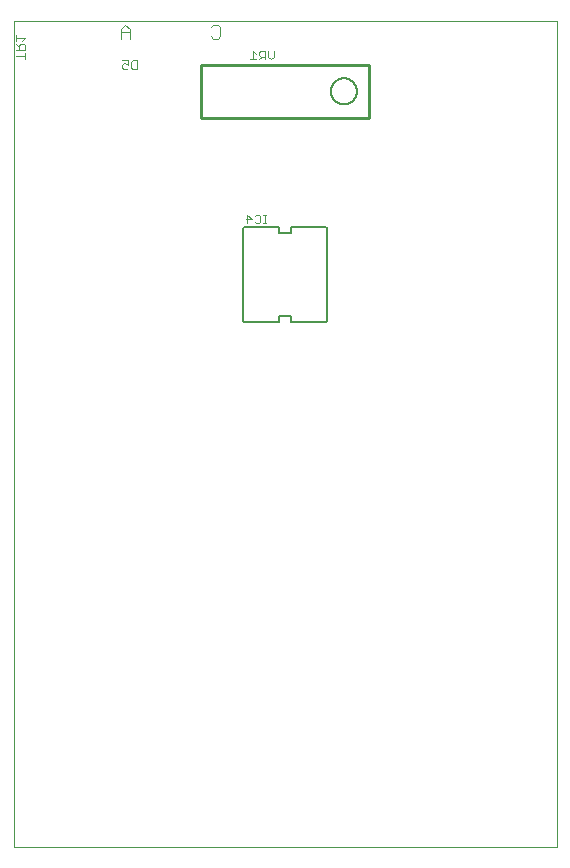
<source format=gbo>
G75*
%MOIN*%
%OFA0B0*%
%FSLAX25Y25*%
%IPPOS*%
%LPD*%
%AMOC8*
5,1,8,0,0,1.08239X$1,22.5*
%
%ADD10C,0.00000*%
%ADD11C,0.00300*%
%ADD12C,0.00600*%
%ADD13C,0.00500*%
%ADD14C,0.01000*%
%ADD15C,0.00400*%
D10*
X0002194Y0001500D02*
X0002194Y0277091D01*
X0183296Y0277091D01*
X0183296Y0001500D01*
X0002194Y0001500D01*
D11*
X0080051Y0209513D02*
X0080051Y0212415D01*
X0081502Y0210964D01*
X0079567Y0210964D01*
X0082514Y0209997D02*
X0082997Y0209513D01*
X0083965Y0209513D01*
X0084449Y0209997D01*
X0084449Y0211932D01*
X0083965Y0212415D01*
X0082997Y0212415D01*
X0082514Y0211932D01*
X0085445Y0212415D02*
X0086413Y0212415D01*
X0085929Y0212415D02*
X0085929Y0209513D01*
X0086413Y0209513D02*
X0085445Y0209513D01*
X0085964Y0264133D02*
X0085964Y0267036D01*
X0084513Y0267036D01*
X0084029Y0266552D01*
X0084029Y0265584D01*
X0084513Y0265101D01*
X0085964Y0265101D01*
X0084996Y0265101D02*
X0084029Y0264133D01*
X0083017Y0264133D02*
X0081082Y0264133D01*
X0082050Y0264133D02*
X0082050Y0267036D01*
X0083017Y0266068D01*
X0086975Y0265101D02*
X0087943Y0264133D01*
X0088910Y0265101D01*
X0088910Y0267036D01*
X0086975Y0267036D02*
X0086975Y0265101D01*
X0043312Y0263852D02*
X0043312Y0260950D01*
X0041861Y0260950D01*
X0041377Y0261434D01*
X0041377Y0263369D01*
X0041861Y0263852D01*
X0043312Y0263852D01*
X0040365Y0263852D02*
X0040365Y0262401D01*
X0039398Y0262885D01*
X0038914Y0262885D01*
X0038430Y0262401D01*
X0038430Y0261434D01*
X0038914Y0260950D01*
X0039882Y0260950D01*
X0040365Y0261434D01*
X0040365Y0263852D02*
X0038430Y0263852D01*
X0006052Y0264422D02*
X0006052Y0266357D01*
X0006052Y0265389D02*
X0003150Y0265389D01*
X0003150Y0267368D02*
X0006052Y0267368D01*
X0006052Y0268820D01*
X0005569Y0269303D01*
X0004601Y0269303D01*
X0004117Y0268820D01*
X0004117Y0267368D01*
X0004117Y0268336D02*
X0003150Y0269303D01*
X0003150Y0270315D02*
X0003150Y0272250D01*
X0003150Y0271282D02*
X0006052Y0271282D01*
X0005085Y0270315D01*
D12*
X0078745Y0207937D02*
X0078745Y0177063D01*
X0106619Y0177063D02*
X0106619Y0208185D01*
X0107944Y0253550D02*
X0107946Y0253682D01*
X0107952Y0253813D01*
X0107962Y0253944D01*
X0107976Y0254075D01*
X0107994Y0254205D01*
X0108016Y0254335D01*
X0108041Y0254464D01*
X0108071Y0254592D01*
X0108105Y0254720D01*
X0108142Y0254846D01*
X0108183Y0254971D01*
X0108228Y0255094D01*
X0108277Y0255217D01*
X0108330Y0255337D01*
X0108386Y0255456D01*
X0108445Y0255574D01*
X0108508Y0255689D01*
X0108575Y0255802D01*
X0108645Y0255914D01*
X0108719Y0256023D01*
X0108795Y0256130D01*
X0108875Y0256234D01*
X0108958Y0256336D01*
X0109044Y0256436D01*
X0109133Y0256533D01*
X0109225Y0256627D01*
X0109320Y0256718D01*
X0109418Y0256807D01*
X0109518Y0256892D01*
X0109620Y0256974D01*
X0109726Y0257053D01*
X0109833Y0257129D01*
X0109943Y0257202D01*
X0110055Y0257271D01*
X0110169Y0257337D01*
X0110285Y0257399D01*
X0110402Y0257458D01*
X0110522Y0257513D01*
X0110643Y0257564D01*
X0110765Y0257612D01*
X0110889Y0257656D01*
X0111015Y0257697D01*
X0111141Y0257733D01*
X0111269Y0257766D01*
X0111397Y0257794D01*
X0111526Y0257819D01*
X0111656Y0257840D01*
X0111787Y0257857D01*
X0111918Y0257870D01*
X0112049Y0257879D01*
X0112180Y0257884D01*
X0112312Y0257885D01*
X0112443Y0257882D01*
X0112575Y0257875D01*
X0112706Y0257864D01*
X0112837Y0257849D01*
X0112967Y0257830D01*
X0113096Y0257807D01*
X0113225Y0257780D01*
X0113353Y0257750D01*
X0113480Y0257715D01*
X0113606Y0257677D01*
X0113731Y0257635D01*
X0113854Y0257589D01*
X0113976Y0257539D01*
X0114096Y0257486D01*
X0114215Y0257429D01*
X0114332Y0257368D01*
X0114446Y0257304D01*
X0114559Y0257237D01*
X0114670Y0257166D01*
X0114779Y0257092D01*
X0114885Y0257014D01*
X0114989Y0256933D01*
X0115091Y0256850D01*
X0115189Y0256763D01*
X0115286Y0256673D01*
X0115379Y0256580D01*
X0115470Y0256485D01*
X0115557Y0256387D01*
X0115642Y0256286D01*
X0115723Y0256182D01*
X0115801Y0256077D01*
X0115877Y0255969D01*
X0115948Y0255858D01*
X0116017Y0255746D01*
X0116082Y0255631D01*
X0116143Y0255515D01*
X0116201Y0255397D01*
X0116255Y0255277D01*
X0116306Y0255156D01*
X0116353Y0255033D01*
X0116396Y0254908D01*
X0116435Y0254783D01*
X0116471Y0254656D01*
X0116502Y0254528D01*
X0116530Y0254400D01*
X0116554Y0254270D01*
X0116574Y0254140D01*
X0116590Y0254010D01*
X0116602Y0253879D01*
X0116610Y0253747D01*
X0116614Y0253616D01*
X0116614Y0253484D01*
X0116610Y0253353D01*
X0116602Y0253221D01*
X0116590Y0253090D01*
X0116574Y0252960D01*
X0116554Y0252830D01*
X0116530Y0252700D01*
X0116502Y0252572D01*
X0116471Y0252444D01*
X0116435Y0252317D01*
X0116396Y0252192D01*
X0116353Y0252067D01*
X0116306Y0251944D01*
X0116255Y0251823D01*
X0116201Y0251703D01*
X0116143Y0251585D01*
X0116082Y0251469D01*
X0116017Y0251354D01*
X0115948Y0251242D01*
X0115877Y0251131D01*
X0115801Y0251023D01*
X0115723Y0250918D01*
X0115642Y0250814D01*
X0115557Y0250713D01*
X0115470Y0250615D01*
X0115379Y0250520D01*
X0115286Y0250427D01*
X0115189Y0250337D01*
X0115091Y0250250D01*
X0114989Y0250167D01*
X0114885Y0250086D01*
X0114779Y0250008D01*
X0114670Y0249934D01*
X0114559Y0249863D01*
X0114447Y0249796D01*
X0114332Y0249732D01*
X0114215Y0249671D01*
X0114096Y0249614D01*
X0113976Y0249561D01*
X0113854Y0249511D01*
X0113731Y0249465D01*
X0113606Y0249423D01*
X0113480Y0249385D01*
X0113353Y0249350D01*
X0113225Y0249320D01*
X0113096Y0249293D01*
X0112967Y0249270D01*
X0112837Y0249251D01*
X0112706Y0249236D01*
X0112575Y0249225D01*
X0112443Y0249218D01*
X0112312Y0249215D01*
X0112180Y0249216D01*
X0112049Y0249221D01*
X0111918Y0249230D01*
X0111787Y0249243D01*
X0111656Y0249260D01*
X0111526Y0249281D01*
X0111397Y0249306D01*
X0111269Y0249334D01*
X0111141Y0249367D01*
X0111015Y0249403D01*
X0110889Y0249444D01*
X0110765Y0249488D01*
X0110643Y0249536D01*
X0110522Y0249587D01*
X0110402Y0249642D01*
X0110285Y0249701D01*
X0110169Y0249763D01*
X0110055Y0249829D01*
X0109943Y0249898D01*
X0109833Y0249971D01*
X0109726Y0250047D01*
X0109620Y0250126D01*
X0109518Y0250208D01*
X0109418Y0250293D01*
X0109320Y0250382D01*
X0109225Y0250473D01*
X0109133Y0250567D01*
X0109044Y0250664D01*
X0108958Y0250764D01*
X0108875Y0250866D01*
X0108795Y0250970D01*
X0108719Y0251077D01*
X0108645Y0251186D01*
X0108575Y0251298D01*
X0108508Y0251411D01*
X0108445Y0251526D01*
X0108386Y0251644D01*
X0108330Y0251763D01*
X0108277Y0251883D01*
X0108228Y0252006D01*
X0108183Y0252129D01*
X0108142Y0252254D01*
X0108105Y0252380D01*
X0108071Y0252508D01*
X0108041Y0252636D01*
X0108016Y0252765D01*
X0107994Y0252895D01*
X0107976Y0253025D01*
X0107962Y0253156D01*
X0107952Y0253287D01*
X0107946Y0253418D01*
X0107944Y0253550D01*
D13*
X0106462Y0208248D02*
X0094651Y0208248D01*
X0094651Y0206280D01*
X0090713Y0206280D01*
X0090713Y0208248D01*
X0078902Y0208248D01*
X0090713Y0178720D02*
X0090713Y0176752D01*
X0078902Y0176752D01*
X0090713Y0178720D02*
X0094651Y0178720D01*
X0094651Y0176752D01*
X0106462Y0176752D01*
D14*
X0120586Y0244692D02*
X0064602Y0244692D01*
X0064602Y0262408D01*
X0120586Y0262408D01*
X0120586Y0244692D01*
D15*
X0070973Y0271842D02*
X0070205Y0271075D01*
X0068671Y0271075D01*
X0067903Y0271842D01*
X0067903Y0274912D02*
X0068671Y0275679D01*
X0070205Y0275679D01*
X0070973Y0274912D01*
X0070973Y0271842D01*
X0040973Y0271075D02*
X0040973Y0274144D01*
X0039438Y0275679D01*
X0037903Y0274144D01*
X0037903Y0271075D01*
X0037903Y0273377D02*
X0040973Y0273377D01*
M02*

</source>
